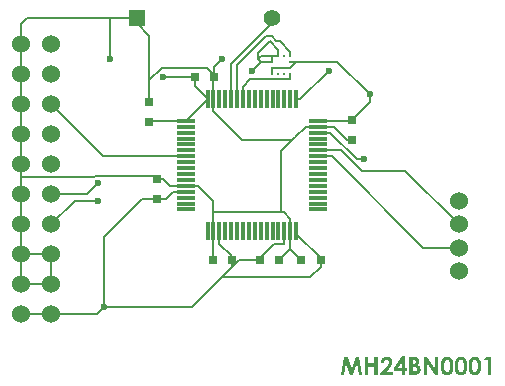
<source format=gtl>
%TF.GenerationSoftware,KiCad,Pcbnew,8.0.3*%
%TF.CreationDate,2024-11-24T17:28:35-05:00*%
%TF.ProjectId,MH24BN0001_hw,4d483234-424e-4303-9030-315f68772e6b,rev?*%
%TF.SameCoordinates,Original*%
%TF.FileFunction,Copper,L1,Top*%
%TF.FilePolarity,Positive*%
%FSLAX46Y46*%
G04 Gerber Fmt 4.6, Leading zero omitted, Abs format (unit mm)*
G04 Created by KiCad (PCBNEW 8.0.3) date 2024-11-24 17:28:35*
%MOMM*%
%LPD*%
G01*
G04 APERTURE LIST*
%ADD10C,0.300000*%
%TA.AperFunction,NonConductor*%
%ADD11C,0.300000*%
%TD*%
%TA.AperFunction,SMDPad,CuDef*%
%ADD12R,0.655600X0.800000*%
%TD*%
%TA.AperFunction,SMDPad,CuDef*%
%ADD13R,1.600000X0.300000*%
%TD*%
%TA.AperFunction,SMDPad,CuDef*%
%ADD14R,0.300000X1.600000*%
%TD*%
%TA.AperFunction,SMDPad,CuDef*%
%ADD15R,0.800000X0.655600*%
%TD*%
%TA.AperFunction,ComponentPad*%
%ADD16C,1.530000*%
%TD*%
%TA.AperFunction,ComponentPad*%
%ADD17R,1.397000X1.397000*%
%TD*%
%TA.AperFunction,ComponentPad*%
%ADD18C,1.397000*%
%TD*%
%TA.AperFunction,ComponentPad*%
%ADD19C,1.524000*%
%TD*%
%TA.AperFunction,SMDPad,CuDef*%
%ADD20R,0.279400X0.254000*%
%TD*%
%TA.AperFunction,SMDPad,CuDef*%
%ADD21R,0.254000X0.279400*%
%TD*%
%TA.AperFunction,ViaPad*%
%ADD22C,0.600000*%
%TD*%
%TA.AperFunction,Conductor*%
%ADD23C,0.200000*%
%TD*%
G04 APERTURE END LIST*
D10*
D11*
G36*
X59319469Y-58220924D02*
G01*
X59601936Y-58220924D01*
X59952180Y-59284113D01*
X60307554Y-58220924D01*
X60585624Y-58220924D01*
X60841346Y-59745000D01*
X60563276Y-59745000D01*
X60400244Y-58782561D01*
X60077843Y-59745000D01*
X59823220Y-59745000D01*
X59504849Y-58782561D01*
X59338886Y-59745000D01*
X59057885Y-59745000D01*
X59319469Y-58220924D01*
G37*
G36*
X61061165Y-58220924D02*
G01*
X61353524Y-58220924D01*
X61353524Y-58783660D01*
X61860572Y-58783660D01*
X61860572Y-58220924D01*
X62152198Y-58220924D01*
X62152198Y-59745000D01*
X61860572Y-59745000D01*
X61860572Y-59065027D01*
X61353524Y-59065027D01*
X61353524Y-59745000D01*
X61061165Y-59745000D01*
X61061165Y-58220924D01*
G37*
G36*
X62684159Y-58736765D02*
G01*
X62402791Y-58736765D01*
X62409542Y-58660846D01*
X62426097Y-58576663D01*
X62451874Y-58500027D01*
X62486874Y-58430939D01*
X62531095Y-58369398D01*
X62556664Y-58341458D01*
X62613078Y-58292527D01*
X62686058Y-58248236D01*
X62754751Y-58221239D01*
X62829111Y-58204367D01*
X62909139Y-58197617D01*
X62923028Y-58197477D01*
X62998141Y-58202085D01*
X63075550Y-58218013D01*
X63146590Y-58245318D01*
X63166660Y-58255729D01*
X63228685Y-58297217D01*
X63282409Y-58348865D01*
X63327832Y-58410675D01*
X63335921Y-58424256D01*
X63369344Y-58493307D01*
X63391812Y-58570090D01*
X63399302Y-58647739D01*
X63393216Y-58725434D01*
X63377588Y-58797270D01*
X63352343Y-58871716D01*
X63322365Y-58938998D01*
X63282765Y-59009854D01*
X63239110Y-59074941D01*
X63186491Y-59144046D01*
X63135794Y-59204704D01*
X63078872Y-59268152D01*
X63041730Y-59307561D01*
X62871737Y-59487079D01*
X63411758Y-59487079D01*
X63411758Y-59745000D01*
X62361758Y-59745000D01*
X62361758Y-59608712D01*
X62830338Y-59137201D01*
X62890080Y-59075935D01*
X62941810Y-59019358D01*
X62992037Y-58959276D01*
X63036086Y-58898425D01*
X63056385Y-58864626D01*
X63088507Y-58795978D01*
X63109279Y-58720988D01*
X63112805Y-58678147D01*
X63100005Y-58603690D01*
X63058137Y-58538820D01*
X63054553Y-58535265D01*
X62992616Y-58494768D01*
X62916029Y-58479065D01*
X62904710Y-58478845D01*
X62829496Y-58492168D01*
X62766064Y-58532139D01*
X62750104Y-58548454D01*
X62709351Y-58612937D01*
X62688692Y-58687057D01*
X62684159Y-58736765D01*
G37*
G36*
X64478611Y-59182264D02*
G01*
X64613799Y-59182264D01*
X64613799Y-59440184D01*
X64478611Y-59440184D01*
X64478611Y-59745000D01*
X64196510Y-59745000D01*
X64196510Y-59440184D01*
X63534856Y-59440184D01*
X63534856Y-59182264D01*
X63850296Y-59182264D01*
X64196510Y-59182264D01*
X64196510Y-58669720D01*
X63850296Y-59182264D01*
X63534856Y-59182264D01*
X63534856Y-59153321D01*
X64190282Y-58197477D01*
X64478611Y-58197477D01*
X64478611Y-59182264D01*
G37*
G36*
X65152057Y-58221851D02*
G01*
X65228152Y-58225278D01*
X65302066Y-58232284D01*
X65374881Y-58245679D01*
X65380966Y-58247302D01*
X65453017Y-58272309D01*
X65522740Y-58311378D01*
X65581588Y-58362326D01*
X65597121Y-58379926D01*
X65639625Y-58443739D01*
X65666387Y-58514279D01*
X65677406Y-58591545D01*
X65677721Y-58607805D01*
X65669671Y-58684634D01*
X65645521Y-58754379D01*
X65641085Y-58763143D01*
X65596675Y-58826550D01*
X65541909Y-58878508D01*
X65522016Y-58893935D01*
X65586428Y-58929152D01*
X65647778Y-58973698D01*
X65702146Y-59029310D01*
X65723883Y-59059532D01*
X65757693Y-59125127D01*
X65778981Y-59197806D01*
X65787746Y-59277569D01*
X65787997Y-59294371D01*
X65781557Y-59373440D01*
X65762237Y-59448073D01*
X65730037Y-59518269D01*
X65722051Y-59531775D01*
X65677114Y-59593378D01*
X65619088Y-59648991D01*
X65552058Y-59691877D01*
X65479300Y-59719891D01*
X65400604Y-59736232D01*
X65320141Y-59743703D01*
X65264829Y-59745000D01*
X64840212Y-59745000D01*
X64840212Y-59463632D01*
X65128541Y-59463632D01*
X65200715Y-59463632D01*
X65283147Y-59460724D01*
X65358366Y-59450500D01*
X65429807Y-59425419D01*
X65442515Y-59417103D01*
X65489227Y-59360042D01*
X65504736Y-59287415D01*
X65504797Y-59281915D01*
X65492704Y-59207130D01*
X65452633Y-59142415D01*
X65431524Y-59123279D01*
X65362968Y-59087782D01*
X65285059Y-59070716D01*
X65209130Y-59065255D01*
X65188258Y-59065027D01*
X65128541Y-59065027D01*
X65128541Y-59463632D01*
X64840212Y-59463632D01*
X64840212Y-58807107D01*
X65128541Y-58807107D01*
X65191556Y-58807107D01*
X65268039Y-58800154D01*
X65337602Y-58772505D01*
X65347627Y-58764975D01*
X65390147Y-58703917D01*
X65398551Y-58649937D01*
X65379661Y-58575920D01*
X65350191Y-58542226D01*
X65279789Y-58509935D01*
X65202913Y-58502292D01*
X65128541Y-58502292D01*
X65128541Y-58807107D01*
X64840212Y-58807107D01*
X64840212Y-58220924D01*
X65078349Y-58220924D01*
X65152057Y-58221851D01*
G37*
G36*
X66058740Y-58220924D02*
G01*
X66334979Y-58220924D01*
X66985275Y-59224030D01*
X66985275Y-58220924D01*
X67273604Y-58220924D01*
X67273604Y-59745000D01*
X66996632Y-59745000D01*
X66347435Y-58745191D01*
X66347435Y-59745000D01*
X66058740Y-59745000D01*
X66058740Y-58220924D01*
G37*
G36*
X68104404Y-58202514D02*
G01*
X68178798Y-58217627D01*
X68255650Y-58246671D01*
X68310415Y-58278077D01*
X68373662Y-58329932D01*
X68422583Y-58387314D01*
X68464635Y-58455320D01*
X68495795Y-58523541D01*
X68521348Y-58602018D01*
X68538255Y-58679135D01*
X68550551Y-58765345D01*
X68557276Y-58844133D01*
X68560798Y-58929235D01*
X68561374Y-58983328D01*
X68559746Y-59073284D01*
X68554863Y-59156764D01*
X68546723Y-59233769D01*
X68532658Y-59317626D01*
X68513905Y-59392159D01*
X68494696Y-59447145D01*
X68463476Y-59515404D01*
X68422386Y-59583153D01*
X68375525Y-59639956D01*
X68315910Y-59690778D01*
X68248184Y-59728323D01*
X68171126Y-59753580D01*
X68094796Y-59765716D01*
X68032711Y-59768447D01*
X67950576Y-59763570D01*
X67875266Y-59748938D01*
X67798697Y-59720818D01*
X67745115Y-59690411D01*
X67683580Y-59639877D01*
X67635598Y-59584155D01*
X67593936Y-59518267D01*
X67562665Y-59452274D01*
X67536970Y-59375921D01*
X67519968Y-59300179D01*
X67507603Y-59214930D01*
X67500841Y-59136629D01*
X67497299Y-59051726D01*
X67496747Y-59000181D01*
X67785415Y-59000181D01*
X67787087Y-59082337D01*
X67792105Y-59156158D01*
X67802542Y-59233738D01*
X67820807Y-59309077D01*
X67853925Y-59381933D01*
X67905831Y-59441796D01*
X67973416Y-59478762D01*
X68031612Y-59487079D01*
X68104392Y-59473014D01*
X68165014Y-59430819D01*
X68198674Y-59387062D01*
X68231532Y-59316628D01*
X68252582Y-59238319D01*
X68264904Y-59158807D01*
X68271138Y-59083809D01*
X68273705Y-59000869D01*
X68273778Y-58983328D01*
X68272133Y-58898030D01*
X68267195Y-58821427D01*
X68256926Y-58740978D01*
X68238954Y-58662945D01*
X68210515Y-58594629D01*
X68206367Y-58587655D01*
X68160336Y-58530274D01*
X68094802Y-58489471D01*
X68031612Y-58478845D01*
X67958412Y-58491563D01*
X67901552Y-58523907D01*
X67854454Y-58580402D01*
X67823013Y-58652415D01*
X67815090Y-58678879D01*
X67799441Y-58757326D01*
X67791095Y-58834457D01*
X67786835Y-58912428D01*
X67785444Y-58987046D01*
X67785415Y-59000181D01*
X67496747Y-59000181D01*
X67496720Y-58997616D01*
X67497853Y-58922398D01*
X67502891Y-58828309D01*
X67511958Y-58741306D01*
X67525056Y-58661390D01*
X67542183Y-58588560D01*
X67569260Y-58507490D01*
X67602633Y-58437492D01*
X67625680Y-58400809D01*
X67673182Y-58342232D01*
X67737410Y-58285045D01*
X67809521Y-58242154D01*
X67889514Y-58213561D01*
X67962197Y-58200654D01*
X68024284Y-58197477D01*
X68104404Y-58202514D01*
G37*
G36*
X69279700Y-58202514D02*
G01*
X69354095Y-58217627D01*
X69430947Y-58246671D01*
X69485711Y-58278077D01*
X69548959Y-58329932D01*
X69597880Y-58387314D01*
X69639931Y-58455320D01*
X69671092Y-58523541D01*
X69696644Y-58602018D01*
X69713552Y-58679135D01*
X69725848Y-58765345D01*
X69732572Y-58844133D01*
X69736094Y-58929235D01*
X69736671Y-58983328D01*
X69735043Y-59073284D01*
X69730159Y-59156764D01*
X69722020Y-59233769D01*
X69707955Y-59317626D01*
X69689202Y-59392159D01*
X69669993Y-59447145D01*
X69638772Y-59515404D01*
X69597682Y-59583153D01*
X69550822Y-59639956D01*
X69491207Y-59690778D01*
X69423481Y-59728323D01*
X69346423Y-59753580D01*
X69270093Y-59765716D01*
X69208007Y-59768447D01*
X69125873Y-59763570D01*
X69050562Y-59748938D01*
X68973994Y-59720818D01*
X68920411Y-59690411D01*
X68858877Y-59639877D01*
X68810895Y-59584155D01*
X68769232Y-59518267D01*
X68737962Y-59452274D01*
X68712266Y-59375921D01*
X68695265Y-59300179D01*
X68682900Y-59214930D01*
X68676138Y-59136629D01*
X68672596Y-59051726D01*
X68672043Y-59000181D01*
X68960711Y-59000181D01*
X68962384Y-59082337D01*
X68967402Y-59156158D01*
X68977839Y-59233738D01*
X68996104Y-59309077D01*
X69029221Y-59381933D01*
X69081127Y-59441796D01*
X69148713Y-59478762D01*
X69206908Y-59487079D01*
X69279689Y-59473014D01*
X69340310Y-59430819D01*
X69373970Y-59387062D01*
X69406828Y-59316628D01*
X69427878Y-59238319D01*
X69440200Y-59158807D01*
X69446434Y-59083809D01*
X69449002Y-59000869D01*
X69449075Y-58983328D01*
X69447429Y-58898030D01*
X69442492Y-58821427D01*
X69432222Y-58740978D01*
X69414250Y-58662945D01*
X69385811Y-58594629D01*
X69381664Y-58587655D01*
X69335632Y-58530274D01*
X69270099Y-58489471D01*
X69206908Y-58478845D01*
X69133709Y-58491563D01*
X69076849Y-58523907D01*
X69029751Y-58580402D01*
X68998309Y-58652415D01*
X68990387Y-58678879D01*
X68974738Y-58757326D01*
X68966391Y-58834457D01*
X68962131Y-58912428D01*
X68960740Y-58987046D01*
X68960711Y-59000181D01*
X68672043Y-59000181D01*
X68672016Y-58997616D01*
X68673150Y-58922398D01*
X68678187Y-58828309D01*
X68687255Y-58741306D01*
X68700352Y-58661390D01*
X68717480Y-58588560D01*
X68744556Y-58507490D01*
X68777930Y-58437492D01*
X68800976Y-58400809D01*
X68848479Y-58342232D01*
X68912707Y-58285045D01*
X68984818Y-58242154D01*
X69064811Y-58213561D01*
X69137494Y-58200654D01*
X69199581Y-58197477D01*
X69279700Y-58202514D01*
G37*
G36*
X70454997Y-58202514D02*
G01*
X70529392Y-58217627D01*
X70606243Y-58246671D01*
X70661008Y-58278077D01*
X70724255Y-58329932D01*
X70773176Y-58387314D01*
X70815228Y-58455320D01*
X70846388Y-58523541D01*
X70871941Y-58602018D01*
X70888848Y-58679135D01*
X70901144Y-58765345D01*
X70907869Y-58844133D01*
X70911391Y-58929235D01*
X70911967Y-58983328D01*
X70910340Y-59073284D01*
X70905456Y-59156764D01*
X70897316Y-59233769D01*
X70883251Y-59317626D01*
X70864498Y-59392159D01*
X70845289Y-59447145D01*
X70814069Y-59515404D01*
X70772979Y-59583153D01*
X70726118Y-59639956D01*
X70666503Y-59690778D01*
X70598777Y-59728323D01*
X70521719Y-59753580D01*
X70445390Y-59765716D01*
X70383304Y-59768447D01*
X70301169Y-59763570D01*
X70225859Y-59748938D01*
X70149290Y-59720818D01*
X70095708Y-59690411D01*
X70034174Y-59639877D01*
X69986191Y-59584155D01*
X69944529Y-59518267D01*
X69913258Y-59452274D01*
X69887563Y-59375921D01*
X69870561Y-59300179D01*
X69858196Y-59214930D01*
X69851434Y-59136629D01*
X69847892Y-59051726D01*
X69847340Y-59000181D01*
X70136008Y-59000181D01*
X70137680Y-59082337D01*
X70142698Y-59156158D01*
X70153135Y-59233738D01*
X70171400Y-59309077D01*
X70204518Y-59381933D01*
X70256424Y-59441796D01*
X70324010Y-59478762D01*
X70382205Y-59487079D01*
X70454985Y-59473014D01*
X70515607Y-59430819D01*
X70549267Y-59387062D01*
X70582125Y-59316628D01*
X70603175Y-59238319D01*
X70615497Y-59158807D01*
X70621731Y-59083809D01*
X70624298Y-59000869D01*
X70624371Y-58983328D01*
X70622726Y-58898030D01*
X70617788Y-58821427D01*
X70607519Y-58740978D01*
X70589547Y-58662945D01*
X70561108Y-58594629D01*
X70556960Y-58587655D01*
X70510929Y-58530274D01*
X70445395Y-58489471D01*
X70382205Y-58478845D01*
X70309005Y-58491563D01*
X70252145Y-58523907D01*
X70205048Y-58580402D01*
X70173606Y-58652415D01*
X70165683Y-58678879D01*
X70150034Y-58757326D01*
X70141688Y-58834457D01*
X70137428Y-58912428D01*
X70136037Y-58987046D01*
X70136008Y-59000181D01*
X69847340Y-59000181D01*
X69847313Y-58997616D01*
X69848446Y-58922398D01*
X69853484Y-58828309D01*
X69862551Y-58741306D01*
X69875649Y-58661390D01*
X69892776Y-58588560D01*
X69919853Y-58507490D01*
X69953226Y-58437492D01*
X69976273Y-58400809D01*
X70023775Y-58342232D01*
X70088003Y-58285045D01*
X70160114Y-58242154D01*
X70240108Y-58213561D01*
X70312790Y-58200654D01*
X70374877Y-58197477D01*
X70454997Y-58202514D01*
G37*
G36*
X71311304Y-58220924D02*
G01*
X71742882Y-58220924D01*
X71742882Y-59745000D01*
X71456385Y-59745000D01*
X71456385Y-58478845D01*
X71144242Y-58478845D01*
X71311304Y-58220924D01*
G37*
D12*
%TO.P,C2,1*%
%TO.N,+3.3V*%
X57327800Y-50000000D03*
%TO.P,C2,2*%
%TO.N,GND*%
X55672200Y-50000000D03*
%TD*%
D13*
%TO.P,U1,1,VBAT*%
%TO.N,+3.3V*%
X45900000Y-38250000D03*
%TO.P,U1,2,PC13*%
%TO.N,unconnected-(U1-PC13-Pad2)*%
X45900000Y-38750000D03*
%TO.P,U1,3,PC14*%
%TO.N,unconnected-(U1-PC14-Pad3)*%
X45900000Y-39250000D03*
%TO.P,U1,4,PC15*%
%TO.N,unconnected-(U1-PC15-Pad4)*%
X45900000Y-39750000D03*
%TO.P,U1,5,PH0*%
%TO.N,unconnected-(U1-PH0-Pad5)*%
X45900000Y-40250000D03*
%TO.P,U1,6,PH1*%
%TO.N,unconnected-(U1-PH1-Pad6)*%
X45900000Y-40750000D03*
%TO.P,U1,7,NRST*%
%TO.N,/NRST*%
X45900000Y-41250000D03*
%TO.P,U1,8,PC0*%
%TO.N,unconnected-(U1-PC0-Pad8)*%
X45900000Y-41750000D03*
%TO.P,U1,9,PC1*%
%TO.N,unconnected-(U1-PC1-Pad9)*%
X45900000Y-42250000D03*
%TO.P,U1,10,PC2*%
%TO.N,unconnected-(U1-PC2-Pad10)*%
X45900000Y-42750000D03*
%TO.P,U1,11,PC3*%
%TO.N,unconnected-(U1-PC3-Pad11)*%
X45900000Y-43250000D03*
%TO.P,U1,12,VREF-*%
%TO.N,GND*%
X45900000Y-43750000D03*
%TO.P,U1,13,VREF+*%
%TO.N,+3.3V*%
X45900000Y-44250000D03*
%TO.P,U1,14,PA0*%
%TO.N,unconnected-(U1-PA0-Pad14)*%
X45900000Y-44750000D03*
%TO.P,U1,15,PA1*%
%TO.N,unconnected-(U1-PA1-Pad15)*%
X45900000Y-45250000D03*
%TO.P,U1,16,PA2*%
%TO.N,unconnected-(U1-PA2-Pad16)*%
X45900000Y-45750000D03*
D14*
%TO.P,U1,17,PA3*%
%TO.N,unconnected-(U1-PA3-Pad17)*%
X47750000Y-47600000D03*
%TO.P,U1,18,VSS*%
%TO.N,GND*%
X48250000Y-47600000D03*
%TO.P,U1,19,VDD*%
%TO.N,+3.3V*%
X48750000Y-47600000D03*
%TO.P,U1,20,PA4*%
%TO.N,unconnected-(U1-PA4-Pad20)*%
X49250000Y-47600000D03*
%TO.P,U1,21,PA5*%
%TO.N,unconnected-(U1-PA5-Pad21)*%
X49750000Y-47600000D03*
%TO.P,U1,22,PA6*%
%TO.N,unconnected-(U1-PA6-Pad22)*%
X50250000Y-47600000D03*
%TO.P,U1,23,PA7*%
%TO.N,unconnected-(U1-PA7-Pad23)*%
X50750000Y-47600000D03*
%TO.P,U1,24,PC4*%
%TO.N,unconnected-(U1-PC4-Pad24)*%
X51250000Y-47600000D03*
%TO.P,U1,25,PC5*%
%TO.N,unconnected-(U1-PC5-Pad25)*%
X51750000Y-47600000D03*
%TO.P,U1,26,PB0*%
%TO.N,unconnected-(U1-PB0-Pad26)*%
X52250000Y-47600000D03*
%TO.P,U1,27,PB1*%
%TO.N,unconnected-(U1-PB1-Pad27)*%
X52750000Y-47600000D03*
%TO.P,U1,28,PB2*%
%TO.N,unconnected-(U1-PB2-Pad28)*%
X53250000Y-47600000D03*
%TO.P,U1,29,PB10*%
%TO.N,unconnected-(U1-PB10-Pad29)*%
X53750000Y-47600000D03*
%TO.P,U1,30,VCAP1*%
%TO.N,+3.3V*%
X54250000Y-47600000D03*
%TO.P,U1,31,VSS__1*%
%TO.N,GND*%
X54750000Y-47600000D03*
%TO.P,U1,32,VDD__1*%
%TO.N,+3.3V*%
X55250000Y-47600000D03*
D13*
%TO.P,U1,33,PB12*%
%TO.N,unconnected-(U1-PB12-Pad33)*%
X57100000Y-45750000D03*
%TO.P,U1,34,PB13*%
%TO.N,unconnected-(U1-PB13-Pad34)*%
X57100000Y-45250000D03*
%TO.P,U1,35,PB14*%
%TO.N,unconnected-(U1-PB14-Pad35)*%
X57100000Y-44750000D03*
%TO.P,U1,36,PB15*%
%TO.N,unconnected-(U1-PB15-Pad36)*%
X57100000Y-44250000D03*
%TO.P,U1,37,PC6*%
%TO.N,unconnected-(U1-PC6-Pad37)*%
X57100000Y-43750000D03*
%TO.P,U1,38,PC7*%
%TO.N,unconnected-(U1-PC7-Pad38)*%
X57100000Y-43250000D03*
%TO.P,U1,39,PC8*%
%TO.N,unconnected-(U1-PC8-Pad39)*%
X57100000Y-42750000D03*
%TO.P,U1,40,PC9*%
%TO.N,unconnected-(U1-PC9-Pad40)*%
X57100000Y-42250000D03*
%TO.P,U1,41,PA8*%
%TO.N,unconnected-(U1-PA8-Pad41)*%
X57100000Y-41750000D03*
%TO.P,U1,42,PA9*%
%TO.N,/MCU_TX*%
X57100000Y-41250000D03*
%TO.P,U1,43,PA10*%
%TO.N,/MCU_RX*%
X57100000Y-40750000D03*
%TO.P,U1,44,PA11*%
%TO.N,unconnected-(U1-PA11-Pad44)*%
X57100000Y-40250000D03*
%TO.P,U1,45,PA12*%
%TO.N,unconnected-(U1-PA12-Pad45)*%
X57100000Y-39750000D03*
%TO.P,U1,46,PA13*%
%TO.N,/SWDIO*%
X57100000Y-39250000D03*
%TO.P,U1,47,VSS__2*%
%TO.N,GND*%
X57100000Y-38750000D03*
%TO.P,U1,48,VDD__2*%
%TO.N,+3.3V*%
X57100000Y-38250000D03*
D14*
%TO.P,U1,49,PA14*%
%TO.N,/SWCLK*%
X55250000Y-36400000D03*
%TO.P,U1,50,PA15*%
%TO.N,unconnected-(U1-PA15-Pad50)*%
X54750000Y-36400000D03*
%TO.P,U1,51,PC10*%
%TO.N,unconnected-(U1-PC10-Pad51)*%
X54250000Y-36400000D03*
%TO.P,U1,52,PC11*%
%TO.N,unconnected-(U1-PC11-Pad52)*%
X53750000Y-36400000D03*
%TO.P,U1,53,PC12*%
%TO.N,unconnected-(U1-PC12-Pad53)*%
X53250000Y-36400000D03*
%TO.P,U1,54,PD2*%
%TO.N,unconnected-(U1-PD2-Pad54)*%
X52750000Y-36400000D03*
%TO.P,U1,55,PB3*%
%TO.N,unconnected-(U1-PB3-Pad55)*%
X52250000Y-36400000D03*
%TO.P,U1,56,PB4*%
%TO.N,unconnected-(U1-PB4-Pad56)*%
X51750000Y-36400000D03*
%TO.P,U1,57,PB5*%
%TO.N,unconnected-(U1-PB5-Pad57)*%
X51250000Y-36400000D03*
%TO.P,U1,58,PB6*%
%TO.N,/SCL*%
X50750000Y-36400000D03*
%TO.P,U1,59,PB7*%
%TO.N,/SDA*%
X50250000Y-36400000D03*
%TO.P,U1,60,BOOT0*%
%TO.N,Net-(U1-BOOT0)*%
X49750000Y-36400000D03*
%TO.P,U1,61,PB8*%
%TO.N,unconnected-(U1-PB8-Pad61)*%
X49250000Y-36400000D03*
%TO.P,U1,62,PB9*%
%TO.N,unconnected-(U1-PB9-Pad62)*%
X48750000Y-36400000D03*
%TO.P,U1,63,VSS__3*%
%TO.N,GND*%
X48250000Y-36400000D03*
%TO.P,U1,64,VDD__3*%
%TO.N,+3.3V*%
X47750000Y-36400000D03*
%TD*%
D15*
%TO.P,C6,1*%
%TO.N,+3.3V*%
X42827800Y-38327800D03*
%TO.P,C6,2*%
%TO.N,GND*%
X42827800Y-36672200D03*
%TD*%
D16*
%TO.P,J1,1*%
%TO.N,+3.3V*%
X34500000Y-54620000D03*
%TO.P,J1,2*%
X31960000Y-54620000D03*
%TO.P,J1,3*%
%TO.N,GND*%
X34500000Y-52080000D03*
%TO.P,J1,4*%
X31960000Y-52080000D03*
%TO.P,J1,5*%
X34500000Y-49540000D03*
%TO.P,J1,6*%
X31960000Y-49540000D03*
%TO.P,J1,7*%
%TO.N,/SWDIO*%
X34500000Y-47000000D03*
%TO.P,J1,8*%
%TO.N,GND*%
X31960000Y-47000000D03*
%TO.P,J1,9*%
%TO.N,/SWCLK*%
X34500000Y-44460000D03*
%TO.P,J1,10*%
%TO.N,GND*%
X31960000Y-44460000D03*
%TO.P,J1,11*%
%TO.N,unconnected-(J1-Pad11)*%
X34500000Y-41920000D03*
%TO.P,J1,12*%
%TO.N,GND*%
X31960000Y-41920000D03*
%TO.P,J1,13*%
%TO.N,unconnected-(J1-Pad13)*%
X34500000Y-39380000D03*
%TO.P,J1,14*%
%TO.N,GND*%
X31960000Y-39380000D03*
%TO.P,J1,15*%
%TO.N,/NRST*%
X34500000Y-36840000D03*
%TO.P,J1,16*%
%TO.N,GND*%
X31960000Y-36840000D03*
%TO.P,J1,17*%
%TO.N,unconnected-(J1-Pad17)*%
X34500000Y-34300000D03*
%TO.P,J1,18*%
%TO.N,GND*%
X31960000Y-34300000D03*
%TO.P,J1,19*%
%TO.N,unconnected-(J1-Pad19)*%
X34500000Y-31760000D03*
%TO.P,J1,20*%
%TO.N,GND*%
X31960000Y-31760000D03*
%TD*%
D12*
%TO.P,C7,1*%
%TO.N,+3.3V*%
X52172200Y-50000000D03*
%TO.P,C7,2*%
%TO.N,GND*%
X53827800Y-50000000D03*
%TD*%
%TO.P,C4,1*%
%TO.N,+3.3V*%
X46672200Y-34500000D03*
%TO.P,C4,2*%
%TO.N,GND*%
X48327800Y-34500000D03*
%TD*%
%TO.P,C1,1*%
%TO.N,+3.3V*%
X49827800Y-50000000D03*
%TO.P,C1,2*%
%TO.N,GND*%
X48172200Y-50000000D03*
%TD*%
D17*
%TO.P,R1,1*%
%TO.N,GND*%
X41785000Y-29500000D03*
D18*
%TO.P,R1,2*%
%TO.N,Net-(U1-BOOT0)*%
X53215000Y-29500000D03*
%TD*%
D15*
%TO.P,C3,1*%
%TO.N,+3.3V*%
X60000000Y-38172200D03*
%TO.P,C3,2*%
%TO.N,GND*%
X60000000Y-39827800D03*
%TD*%
%TO.P,C5,1*%
%TO.N,+3.3V*%
X43500000Y-44827800D03*
%TO.P,C5,2*%
%TO.N,GND*%
X43500000Y-43172200D03*
%TD*%
D19*
%TO.P,SI1,1,VCC*%
%TO.N,+3.3V*%
X69000000Y-45000000D03*
%TO.P,SI1,2,TX*%
%TO.N,/MCU_RX*%
X69000000Y-47000000D03*
%TO.P,SI1,3,RX*%
%TO.N,/MCU_TX*%
X69000000Y-49000000D03*
%TO.P,SI1,4,GND*%
%TO.N,GND*%
X69000000Y-51000000D03*
%TD*%
D20*
%TO.P,U2,1,SCL/SPC*%
%TO.N,/SCL*%
X54762000Y-34250001D03*
%TO.P,U2,2,CS*%
%TO.N,+3.3V*%
X54762000Y-33750000D03*
%TO.P,U2,3,SDO/SA0*%
X54762000Y-33250000D03*
%TO.P,U2,4,SDA/SDI/SDO*%
%TO.N,/SDA*%
X54762000Y-32749999D03*
D21*
%TO.P,U2,5,NC*%
%TO.N,unconnected-(U2-NC-Pad5)*%
X54250000Y-32738000D03*
%TO.P,U2,6,GND*%
%TO.N,GND*%
X53750000Y-32738000D03*
D20*
%TO.P,U2,7,RES*%
X53238000Y-32749999D03*
%TO.P,U2,8,GND*%
X53238000Y-33250000D03*
%TO.P,U2,9,VDD*%
%TO.N,+3.3V*%
X53238000Y-33750000D03*
%TO.P,U2,10,VDDIO*%
X53238000Y-34250001D03*
D21*
%TO.P,U2,11,INT2*%
%TO.N,unconnected-(U2-INT2-Pad11)*%
X53750000Y-34262000D03*
%TO.P,U2,12,INT1*%
%TO.N,unconnected-(U2-INT1-Pad12)*%
X54250000Y-34262000D03*
%TD*%
D22*
%TO.N,+3.3V*%
X44000000Y-34500000D03*
X39000000Y-54000000D03*
X61500000Y-36000000D03*
%TO.N,GND*%
X49000000Y-33000000D03*
X39500000Y-33000000D03*
X51500000Y-34000000D03*
%TO.N,/SWDIO*%
X38500000Y-45000000D03*
X61000000Y-41500000D03*
%TO.N,/SWCLK*%
X58000000Y-34000000D03*
X38500000Y-43500000D03*
%TD*%
D23*
%TO.N,+3.3V*%
X55500000Y-33250000D02*
X55262000Y-33250000D01*
X52172200Y-50000000D02*
X52172200Y-49887978D01*
X53238000Y-33750000D02*
X53238000Y-34250001D01*
X45000000Y-38250000D02*
X45900000Y-38250000D01*
X54250000Y-48650000D02*
X54250000Y-47600000D01*
X48963900Y-51463900D02*
X50427800Y-50000000D01*
X48750000Y-48650000D02*
X48750000Y-47600000D01*
X48463900Y-51963900D02*
X48963900Y-51463900D01*
X39000000Y-48039822D02*
X42212022Y-44827800D01*
X50427800Y-50000000D02*
X52172200Y-50000000D01*
X47750000Y-36400000D02*
X45900000Y-38250000D01*
X42212022Y-44827800D02*
X43500000Y-44827800D01*
X53360178Y-48700000D02*
X54200000Y-48700000D01*
X58750000Y-33250000D02*
X55500000Y-33250000D01*
X57327800Y-50000000D02*
X57327800Y-49887978D01*
X57327800Y-49887978D02*
X55250000Y-47810178D01*
X43500000Y-44827800D02*
X44272200Y-44827800D01*
X47750000Y-36400000D02*
X46672200Y-35322200D01*
X49827800Y-50600000D02*
X49827800Y-50000000D01*
X57327800Y-50600000D02*
X57327800Y-50000000D01*
X44272200Y-44827800D02*
X44850000Y-44250000D01*
X49827800Y-50000000D02*
X49827800Y-49727800D01*
X34500000Y-54620000D02*
X38380000Y-54620000D01*
X61500000Y-36000000D02*
X58750000Y-33250000D01*
X31960000Y-54620000D02*
X34500000Y-54620000D01*
X55500000Y-33250000D02*
X54762000Y-33250000D01*
X46427800Y-54000000D02*
X48463900Y-51963900D01*
X42905600Y-38250000D02*
X45000000Y-38250000D01*
X59922200Y-38250000D02*
X60000000Y-38172200D01*
X52172200Y-49887978D02*
X53360178Y-48700000D01*
X46672200Y-35322200D02*
X46672200Y-34500000D01*
X54762000Y-33750000D02*
X53238000Y-33750000D01*
X38380000Y-54620000D02*
X39000000Y-54000000D01*
X44850000Y-44250000D02*
X45900000Y-44250000D01*
X55262000Y-33250000D02*
X54762000Y-33750000D01*
X42827800Y-38327800D02*
X42905600Y-38250000D01*
X48963900Y-51463900D02*
X56463900Y-51463900D01*
X48463900Y-51963900D02*
X49827800Y-50600000D01*
X44000000Y-34500000D02*
X46672200Y-34500000D01*
X39000000Y-54000000D02*
X39000000Y-48039822D01*
X39000000Y-54000000D02*
X46427800Y-54000000D01*
X55250000Y-47810178D02*
X55250000Y-47600000D01*
X61500000Y-36000000D02*
X61500000Y-36672200D01*
X57100000Y-38250000D02*
X59922200Y-38250000D01*
X56463900Y-51463900D02*
X57327800Y-50600000D01*
X54200000Y-48700000D02*
X54250000Y-48650000D01*
X49827800Y-49727800D02*
X48750000Y-48650000D01*
X61500000Y-36672200D02*
X60000000Y-38172200D01*
%TO.N,GND*%
X31960000Y-44460000D02*
X31960000Y-47000000D01*
X54000000Y-40800000D02*
X55150000Y-39650000D01*
X48327800Y-34387978D02*
X47739822Y-33800000D01*
X60000000Y-39827800D02*
X59527800Y-39827800D01*
X41785000Y-30000000D02*
X41285000Y-29500000D01*
X31960000Y-52080000D02*
X31960000Y-49540000D01*
X31960000Y-47000000D02*
X31960000Y-49540000D01*
X53238000Y-32749999D02*
X52250001Y-32749999D01*
X53827800Y-50000000D02*
X54750000Y-49077800D01*
X52000000Y-32500000D02*
X52000000Y-33000000D01*
X54750000Y-49077800D02*
X54750000Y-47600000D01*
X52250000Y-33250000D02*
X51500000Y-34000000D01*
X53238000Y-33250000D02*
X53238000Y-32749999D01*
X31960000Y-43000000D02*
X31960000Y-44460000D01*
X59527800Y-39827800D02*
X58450000Y-38750000D01*
X48250000Y-46000000D02*
X48250000Y-47600000D01*
X31960000Y-34300000D02*
X31960000Y-36840000D01*
X45900000Y-43750000D02*
X46950000Y-43750000D01*
X54200000Y-46000000D02*
X54750000Y-46550000D01*
X56050000Y-38750000D02*
X57100000Y-38750000D01*
X47739822Y-33800000D02*
X43851471Y-33800000D01*
X45900000Y-43750000D02*
X44584314Y-43750000D01*
X39500000Y-33000000D02*
X39500000Y-29500000D01*
X52250000Y-33250000D02*
X53238000Y-33250000D01*
X31960000Y-31760000D02*
X31960000Y-34300000D01*
X41285000Y-29500000D02*
X39500000Y-29500000D01*
X34500000Y-52080000D02*
X31960000Y-52080000D01*
X42827800Y-31042800D02*
X41785000Y-30000000D01*
X31960000Y-30040000D02*
X31960000Y-31760000D01*
X32500000Y-29500000D02*
X31960000Y-30040000D01*
X48250000Y-34577800D02*
X48250000Y-36400000D01*
X53750000Y-32250000D02*
X53000000Y-31500000D01*
X52000000Y-33000000D02*
X52250000Y-33250000D01*
X55150000Y-39650000D02*
X54900000Y-39900000D01*
X54900000Y-39900000D02*
X50700000Y-39900000D01*
X53000000Y-31500000D02*
X52000000Y-32500000D01*
X31960000Y-36840000D02*
X31960000Y-39380000D01*
X48327800Y-34500000D02*
X48327800Y-33672200D01*
X31960000Y-43000000D02*
X38151471Y-43000000D01*
X43227800Y-42900000D02*
X43500000Y-43172200D01*
X50700000Y-39900000D02*
X48250000Y-37450000D01*
X53238000Y-32749999D02*
X53738001Y-32749999D01*
X46950000Y-43750000D02*
X48250000Y-45050000D01*
X48327800Y-33672200D02*
X49000000Y-33000000D01*
X39500000Y-29500000D02*
X32500000Y-29500000D01*
X34500000Y-49540000D02*
X34500000Y-52080000D01*
X38151471Y-43000000D02*
X38251471Y-42900000D01*
X31960000Y-41920000D02*
X31960000Y-43000000D01*
X69000000Y-51000000D02*
X69000000Y-51500000D01*
X44006514Y-43172200D02*
X43500000Y-43172200D01*
X54750000Y-46550000D02*
X54750000Y-47600000D01*
X31960000Y-49540000D02*
X34500000Y-49540000D01*
X54000000Y-46000000D02*
X54200000Y-46000000D01*
X31960000Y-31760000D02*
X31960000Y-30960000D01*
X54000000Y-46000000D02*
X54000000Y-40800000D01*
X58450000Y-38750000D02*
X57100000Y-38750000D01*
X52250001Y-32749999D02*
X52000000Y-33000000D01*
X42827800Y-34823671D02*
X42827800Y-36672200D01*
X31960000Y-39380000D02*
X31960000Y-41920000D01*
X44584314Y-43750000D02*
X44006514Y-43172200D01*
X48250000Y-49922200D02*
X48250000Y-47600000D01*
X53738001Y-32749999D02*
X53750000Y-32738000D01*
X48327800Y-34500000D02*
X48250000Y-34577800D01*
X48327800Y-34500000D02*
X48327800Y-34387978D01*
X38251471Y-42900000D02*
X43227800Y-42900000D01*
X43851471Y-33800000D02*
X42827800Y-34823671D01*
X55150000Y-39650000D02*
X56050000Y-38750000D01*
X48172200Y-50000000D02*
X48250000Y-49922200D01*
X55672200Y-50000000D02*
X54750000Y-49077800D01*
X42827800Y-36672200D02*
X42827800Y-31042800D01*
X48250000Y-45050000D02*
X48250000Y-46000000D01*
X48250000Y-46000000D02*
X54000000Y-46000000D01*
X53750000Y-32738000D02*
X53750000Y-32250000D01*
X48250000Y-37450000D02*
X48250000Y-36400000D01*
%TO.N,/SWDIO*%
X34500000Y-47000000D02*
X36500000Y-45000000D01*
X61000000Y-41500000D02*
X60400000Y-41500000D01*
X60400000Y-41500000D02*
X58150000Y-39250000D01*
X36500000Y-45000000D02*
X38500000Y-45000000D01*
X58150000Y-39250000D02*
X57100000Y-39250000D01*
%TO.N,/SWCLK*%
X55600000Y-36400000D02*
X55250000Y-36400000D01*
X34500000Y-44460000D02*
X37540000Y-44460000D01*
X37540000Y-44460000D02*
X38500000Y-43500000D01*
X58000000Y-34000000D02*
X55600000Y-36400000D01*
%TO.N,/NRST*%
X38910000Y-41250000D02*
X45900000Y-41250000D01*
X34500000Y-36840000D02*
X38910000Y-41250000D01*
%TO.N,Net-(U1-BOOT0)*%
X49750000Y-36400000D02*
X49750000Y-33465000D01*
X49750000Y-33465000D02*
X53215000Y-30000000D01*
%TO.N,/SDA*%
X53165686Y-31100000D02*
X52680686Y-31100000D01*
X52680686Y-31100000D02*
X50250000Y-33530686D01*
X53878700Y-31500000D02*
X53565686Y-31500000D01*
X53565686Y-31500000D02*
X53165686Y-31100000D01*
X50250000Y-33530686D02*
X50250000Y-36400000D01*
X54762000Y-32383300D02*
X53878700Y-31500000D01*
X54762000Y-32749999D02*
X54762000Y-32383300D01*
%TO.N,/MCU_TX*%
X69000000Y-49000000D02*
X66000000Y-49000000D01*
X58250000Y-41250000D02*
X57100000Y-41250000D01*
X66000000Y-49000000D02*
X58250000Y-41250000D01*
%TO.N,/SCL*%
X51362000Y-34738000D02*
X50750000Y-35350000D01*
X50750000Y-35350000D02*
X50750000Y-36400000D01*
X54762000Y-34738000D02*
X51362000Y-34738000D01*
X54762000Y-34250001D02*
X54762000Y-34738000D01*
%TO.N,/MCU_RX*%
X69000000Y-47000000D02*
X64500000Y-42500000D01*
X60834314Y-42500000D02*
X59084314Y-40750000D01*
X59084314Y-40750000D02*
X57100000Y-40750000D01*
X64500000Y-42500000D02*
X60834314Y-42500000D01*
%TD*%
M02*

</source>
